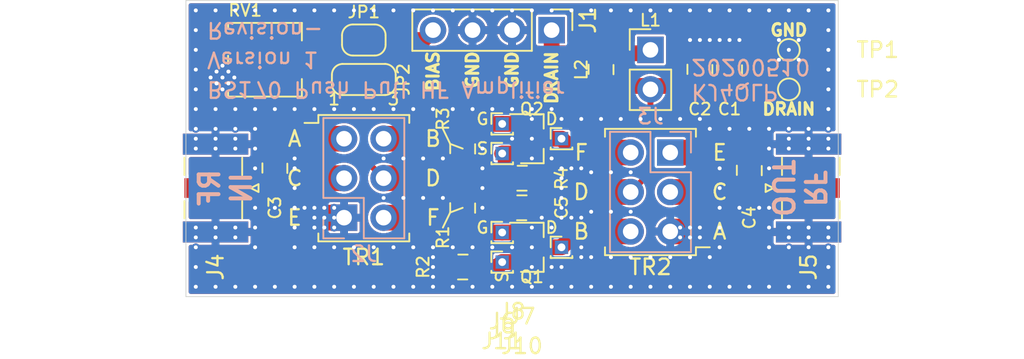
<source format=kicad_pcb>
(kicad_pcb (version 20171130) (host pcbnew 5.1.6-c6e7f7d~86~ubuntu16.04.1)
  (title_block (title "BS170 Push Pull HF Power Amplifier - V1") (date 2020-05-10) (rev -) (company "Amateur Radio") (comment 1 "Prototype For Testing") (comment 2 creativecommons.org/licenses/by/4.0/) (comment 3 "License: CC BY 4.0") (comment 4 "Author: Zach Leffke, KJ4QLP"))
  (layers (0 F.Cu signal) (31 B.Cu signal) (34 B.Paste user) (35 F.Paste user) (36 B.SilkS user) (37 F.SilkS user) (38 B.Mask user) (39 F.Mask user) (44 Edge.Cuts user))
  (net 0 "")
  (net 1 "Net-(C1-Pad1)")
  (net 2 GND)
  (net 3 "Net-(C4-Pad1)")
  (net 4 "Net-(C4-Pad2)")
  (net 5 "Net-(JP1-Pad1)")
  (net 6 "Net-(JP2-Pad1)")
  (net 7 "Net-(C3-Pad1)")
  (net 8 "Net-(C3-Pad2)")
  (net 9 "Net-(J1-Pad4)")
  (net 10 "Net-(J1-Pad1)")
  (net 11 "Net-(J2-Pad3)")
  (net 12 "Net-(J3-Pad3)")
  (net 13 Q1_G)
  (net 14 Q1_D)
  (net 15 Q1_S)
  (net 16 Q2_G)
  (net 17 Q2_D)
  (net 18 Q2_S)
  (net 19 "Net-(C5-Pad1)")
  (module TestPoint:TestPoint_Pad_D1.0mm (layer F.Cu) (at 191.135 126.365)
    (fp_text reference TP2 (at 5.715 0) (layer F.SilkS))
    (fp_text value DRAIN)
    (pad 1 smd circle (at 0 0) (size 1 1) (layers F.Cu F.Mask) (net 1 "Net-(C1-Pad1)"))
  )
  (module digikey-footprints:0805 (layer F.Cu) (at 173.99 133.985)
    (fp_text reference C5 (at 2.54 0 90) (layer F.SilkS) (effects (font (size 0.762 0.762) (thickness 0.127))))
    (fp_text value C)
    (pad 1 smd rect (at -1.05 0) (size 1.2 1.2) (layers F.Cu F.Paste F.Mask) (net 19 "Net-(C5-Pad1)"))
    (pad 2 smd rect (at 1.05 0) (size 1.2 1.2) (layers F.Cu F.Paste F.Mask) (net 2 GND))
  )
  (module Connector_PinHeader_1.00mm:PinHeader_1x01_P1.00mm_Vertical (layer F.Cu) (at 172.72 130.4925)
    (fp_text reference J11 (at 0 12.065) (layer F.SilkS))
    (fp_text value Q1_G)
    (pad 1 thru_hole rect (at 0 0) (size 0.85 0.85) (drill 0.5) (layers *.Cu *.Mask) (net 18 Q2_S))
  )
  (module Connector_PinHeader_1.00mm:PinHeader_1x01_P1.00mm_Vertical (layer F.Cu) (at 176.53 129.54)
    (fp_text reference J10 (at -2.54 13.335) (layer F.SilkS))
    (fp_text value Q1_G)
    (pad 1 thru_hole rect (at 0 0) (size 0.85 0.85) (drill 0.5) (layers *.Cu *.Mask) (net 17 Q2_D))
  )
  (module Connector_PinHeader_1.00mm:PinHeader_1x01_P1.00mm_Vertical (layer F.Cu) (at 172.72 128.5875)
    (fp_text reference J9 (at 0 13.335) (layer F.SilkS))
    (fp_text value Q1_G)
    (pad 1 thru_hole rect (at 0 0) (size 0.85 0.85) (drill 0.5) (layers *.Cu *.Mask) (net 16 Q2_G))
  )
  (module Connector_PinHeader_1.00mm:PinHeader_1x01_P1.00mm_Vertical (layer F.Cu) (at 172.72 137.4775)
    (fp_text reference J8 (at 0.635 3.175) (layer F.SilkS))
    (fp_text value Q1_G)
    (pad 1 thru_hole rect (at 0 0) (size 0.85 0.85) (drill 0.5) (layers *.Cu *.Mask) (net 15 Q1_S))
  )
  (module Connector_PinHeader_1.00mm:PinHeader_1x01_P1.00mm_Vertical (layer F.Cu) (at 176.53 136.525)
    (fp_text reference J7 (at -2.54 4.445) (layer F.SilkS))
    (fp_text value Q1_G)
    (pad 1 thru_hole rect (at 0 0) (size 0.85 0.85) (drill 0.5) (layers *.Cu *.Mask) (net 14 Q1_D))
  )
  (module Connector_PinHeader_1.00mm:PinHeader_1x01_P1.00mm_Vertical (layer F.Cu) (at 172.72 135.5725)
    (fp_text reference J6 (at 0 5.715) (layer F.SilkS))
    (fp_text value Q1_G)
    (pad 1 thru_hole rect (at 0 0) (size 0.85 0.85) (drill 0.5) (layers *.Cu *.Mask) (net 13 Q1_G))
  )
  (module TestPoint:TestPoint_Pad_D1.0mm (layer F.Cu) (at 191.135 123.825)
    (fp_text reference TP1 (at 5.715 0) (layer F.SilkS))
    (fp_text value GND)
    (pad 1 smd circle (at 0 0) (size 1 1) (layers F.Cu F.Mask) (net 2 GND))
  )
  (module Connector_PinHeader_2.54mm:PinHeader_1x04_P2.54mm_Vertical (layer F.Cu) (at 175.895 122.555 270)
    (fp_text reference J1 (at -0.635 -2.33 90) (layer F.SilkS))
    (fp_text value BIAS)
    (pad 4 thru_hole oval (at 0 7.62 270) (size 1.7 1.7) (drill 1) (layers *.Cu *.Mask) (net 9 "Net-(J1-Pad4)"))
    (pad 3 thru_hole oval (at 0 5.08 270) (size 1.7 1.7) (drill 1) (layers *.Cu *.Mask) (net 2 GND))
    (pad 2 thru_hole oval (at 0 2.54 270) (size 1.7 1.7) (drill 1) (layers *.Cu *.Mask) (net 2 GND))
    (pad 1 thru_hole rect (at 0 0 270) (size 1.7 1.7) (drill 1) (layers *.Cu *.Mask) (net 10 "Net-(J1-Pad1)"))
  )
  (module Jumper:SolderJumper-2_P1.3mm_Open_RoundedPad1.0x1.5mm (layer F.Cu) (at 163.83 123.19)
    (fp_text reference JP1 (at 0 -1.8) (layer F.SilkS) (effects (font (size 0.762 0.762) (thickness 0.127))))
    (fp_text value VR_select)
    (pad 2 smd custom (at 0.65 0) (size 1 0.5) (layers F.Cu F.Mask) (net 9 "Net-(J1-Pad4)") (options (clearance outline) (anchor rect)) (primitives (gr_circle (center 0 0.25) (end 0.5 0.25) (width 0)) (gr_circle (center 0 -0.25) (end 0.5 -0.25) (width 0)) (gr_poly (pts (xy 0 -0.75) (xy -0.5 -0.75) (xy -0.5 0.75) (xy 0 0.75)) (width 0))))
    (pad 1 smd custom (at -0.65 0) (size 1 0.5) (layers F.Cu F.Mask) (net 5 "Net-(JP1-Pad1)") (options (clearance outline) (anchor rect)) (primitives (gr_circle (center 0 0.25) (end 0.5 0.25) (width 0)) (gr_circle (center 0 -0.25) (end 0.5 -0.25) (width 0)) (gr_poly (pts (xy 0 -0.75) (xy 0.5 -0.75) (xy 0.5 0.75) (xy 0 0.75)) (width 0))))
  )
  (module Potentiometer_SMD:Potentiometer_Bourns_3314G_Vertical (layer F.Cu) (at 157.48 124.46 90)
    (fp_text reference RV1 (at 3.175 -1.27) (layer F.SilkS) (effects (font (size 0.762 0.762) (thickness 0.127))))
    (fp_text value 10k)
    (pad 3 smd rect (at -1.15 -2.75 90) (size 1.3 1.3) (layers F.Cu F.Paste F.Mask) (net 2 GND))
    (pad 2 smd rect (at 0 2.75 90) (size 2 1.3) (layers F.Cu F.Paste F.Mask) (net 6 "Net-(JP2-Pad1)"))
    (pad 1 smd rect (at 1.15 -2.75 90) (size 1.3 1.3) (layers F.Cu F.Paste F.Mask) (net 5 "Net-(JP1-Pad1)"))
  )
  (module Jumper:SolderJumper-3_P1.3mm_Open_RoundedPad1.0x1.5mm_NumberLabels (layer F.Cu) (at 163.83 125.73)
    (fp_text reference JP2 (at 2.54 0 90) (layer F.SilkS) (effects (font (size 0.762 0.762) (thickness 0.127))))
    (fp_text value Select)
    (fp_text user 1 (at -1.905 1.27) (layer F.SilkS) (effects (font (size 0.762 0.762) (thickness 0.127))))
    (fp_text user 3 (at 1.905 1.27) (layer F.SilkS) (effects (font (size 0.762 0.762) (thickness 0.127))))
    (pad 2 smd rect (at 0 0) (size 1 1.5) (layers F.Cu F.Mask) (net 19 "Net-(C5-Pad1)"))
    (pad 3 smd custom (at 1.3 0) (size 1 0.5) (layers F.Cu F.Mask) (net 9 "Net-(J1-Pad4)") (options (clearance outline) (anchor rect)) (primitives (gr_circle (center 0 0.25) (end 0.5 0.25) (width 0)) (gr_circle (center 0 -0.25) (end 0.5 -0.25) (width 0)) (gr_poly (pts (xy -0.55 -0.75) (xy 0 -0.75) (xy 0 0.75) (xy -0.55 0.75)) (width 0))))
    (pad 1 smd custom (at -1.3 0) (size 1 0.5) (layers F.Cu F.Mask) (net 6 "Net-(JP2-Pad1)") (options (clearance outline) (anchor rect)) (primitives (gr_circle (center 0 0.25) (end 0.5 0.25) (width 0)) (gr_circle (center 0 -0.25) (end 0.5 -0.25) (width 0)) (gr_poly (pts (xy 0.55 -0.75) (xy 0 -0.75) (xy 0 0.75) (xy 0.55 0.75)) (width 0))))
  )
  (module digikey-footprints:0805 (layer F.Cu) (at 188.595 131.572 90)
    (fp_text reference C4 (at -3.048 0 90) (layer F.SilkS) (effects (font (size 0.762 0.762) (thickness 0.127))))
    (fp_text value C)
    (pad 1 smd rect (at -1.05 0 90) (size 1.2 1.2) (layers F.Cu F.Paste F.Mask) (net 3 "Net-(C4-Pad1)"))
    (pad 2 smd rect (at 1.05 0 90) (size 1.2 1.2) (layers F.Cu F.Paste F.Mask) (net 4 "Net-(C4-Pad2)"))
  )
  (module Connector_PinHeader_2.54mm:PinHeader_2x03_P2.54mm_Vertical (layer B.Cu) (at 183.515 130.429 180)
    (fp_text reference J3 (at 1.27 2.33) (layer B.SilkS) (effects (justify mirror)))
    (fp_text value TR2)
    (pad 6 thru_hole oval (at 2.54 -5.08 180) (size 1.7 1.7) (drill 1) (layers *.Cu *.Mask) (net 14 Q1_D))
    (pad 5 thru_hole oval (at 0 -5.08 180) (size 1.7 1.7) (drill 1) (layers *.Cu *.Mask) (net 2 GND))
    (pad 4 thru_hole oval (at 2.54 -2.54 180) (size 1.7 1.7) (drill 1) (layers *.Cu *.Mask) (net 1 "Net-(C1-Pad1)"))
    (pad 3 thru_hole oval (at 0 -2.54 180) (size 1.7 1.7) (drill 1) (layers *.Cu *.Mask) (net 12 "Net-(J3-Pad3)"))
    (pad 2 thru_hole oval (at 2.54 0 180) (size 1.7 1.7) (drill 1) (layers *.Cu *.Mask) (net 17 Q2_D))
    (pad 1 thru_hole rect (at 0 0 180) (size 1.7 1.7) (drill 1) (layers *.Cu *.Mask) (net 4 "Net-(C4-Pad2)"))
  )
  (module Connector_PinHeader_2.54mm:PinHeader_2x03_P2.54mm_Vertical (layer B.Cu) (at 162.56 134.62)
    (fp_text reference J2 (at 1.27 2.33) (layer B.SilkS) (effects (justify mirror)))
    (fp_text value TR1)
    (pad 6 thru_hole oval (at 2.54 -5.08) (size 1.7 1.7) (drill 1) (layers *.Cu *.Mask) (net 16 Q2_G))
    (pad 5 thru_hole oval (at 0 -5.08) (size 1.7 1.7) (drill 1) (layers *.Cu *.Mask) (net 7 "Net-(C3-Pad1)"))
    (pad 4 thru_hole oval (at 2.54 -2.54) (size 1.7 1.7) (drill 1) (layers *.Cu *.Mask) (net 19 "Net-(C5-Pad1)"))
    (pad 3 thru_hole oval (at 0 -2.54) (size 1.7 1.7) (drill 1) (layers *.Cu *.Mask) (net 11 "Net-(J2-Pad3)"))
    (pad 2 thru_hole oval (at 2.54 0) (size 1.7 1.7) (drill 1) (layers *.Cu *.Mask) (net 13 Q1_G))
    (pad 1 thru_hole rect (at 0 0) (size 1.7 1.7) (drill 1) (layers *.Cu *.Mask) (net 2 GND))
  )
  (module digikey-footprints:0805 (layer F.Cu) (at 179.07 125.095 270)
    (fp_text reference L2 (at 0 1.27 90) (layer F.SilkS) (effects (font (size 0.762 0.762) (thickness 0.127))))
    (fp_text value L)
    (pad 1 smd rect (at -1.05 0 270) (size 1.2 1.2) (layers F.Cu F.Paste F.Mask) (net 10 "Net-(J1-Pad1)"))
    (pad 2 smd rect (at 1.05 0 270) (size 1.2 1.2) (layers F.Cu F.Paste F.Mask) (net 1 "Net-(C1-Pad1)"))
  )
  (module minicircuits_footprints:Mini-Circuits_CD637_H5.23mm (layer F.Cu) (at 182.245 132.969 180)
    (fp_text reference TR2 (at 0 -4.826) (layer F.SilkS))
    (fp_text value ADT1-6T)
    (pad 6 smd rect (at 2.54 -2.54 180) (size 2.54 1.65) (layers F.Cu F.Paste F.Mask) (net 14 Q1_D))
    (pad 5 smd rect (at 2.54 0 180) (size 2.54 1.65) (layers F.Cu F.Paste F.Mask) (net 1 "Net-(C1-Pad1)"))
    (pad 4 smd rect (at 2.54 2.54 180) (size 2.54 1.65) (layers F.Cu F.Paste F.Mask) (net 17 Q2_D))
    (pad 3 smd rect (at -2.54 2.54 180) (size 2.54 1.65) (layers F.Cu F.Paste F.Mask) (net 4 "Net-(C4-Pad2)"))
    (pad 2 smd rect (at -2.54 0 180) (size 2.54 1.65) (layers F.Cu F.Paste F.Mask))
    (pad 1 smd rect (at -2.54 -2.54 180) (size 2.54 1.65) (layers F.Cu F.Paste F.Mask) (net 2 GND))
  )
  (module minicircuits_footprints:Mini-Circuits_CD637_H5.23mm (layer F.Cu) (at 163.83 132.08)
    (fp_text reference TR1 (at 0 5.08) (layer F.SilkS))
    (fp_text value ADT1-6T)
    (pad 6 smd rect (at 2.54 -2.54) (size 2.54 1.65) (layers F.Cu F.Paste F.Mask) (net 16 Q2_G))
    (pad 5 smd rect (at 2.54 0) (size 2.54 1.65) (layers F.Cu F.Paste F.Mask) (net 19 "Net-(C5-Pad1)"))
    (pad 4 smd rect (at 2.54 2.54) (size 2.54 1.65) (layers F.Cu F.Paste F.Mask) (net 13 Q1_G))
    (pad 3 smd rect (at -2.54 2.54) (size 2.54 1.65) (layers F.Cu F.Paste F.Mask) (net 2 GND))
    (pad 2 smd rect (at -2.54 0) (size 2.54 1.65) (layers F.Cu F.Paste F.Mask))
    (pad 1 smd rect (at -2.54 -2.54) (size 2.54 1.65) (layers F.Cu F.Paste F.Mask) (net 7 "Net-(C3-Pad1)"))
  )
  (module digikey-footprints:0805 (layer F.Cu) (at 173.99 132.08 180)
    (fp_text reference R4 (at -2.54 0 270) (layer F.SilkS) (effects (font (size 0.762 0.762) (thickness 0.127))))
    (fp_text value 2.2)
    (pad 1 smd rect (at -1.05 0 180) (size 1.2 1.2) (layers F.Cu F.Paste F.Mask) (net 2 GND))
    (pad 2 smd rect (at 1.05 0 180) (size 1.2 1.2) (layers F.Cu F.Paste F.Mask) (net 18 Q2_S))
  )
  (module digikey-footprints:0805 (layer F.Cu) (at 170.18 130.175 90)
    (fp_text reference R3 (at 1.905 -1.27 270) (layer F.SilkS) (effects (font (size 0.762 0.762) (thickness 0.127))))
    (fp_text value 220)
    (pad 1 smd rect (at -1.05 0 90) (size 1.2 1.2) (layers F.Cu F.Paste F.Mask) (net 19 "Net-(C5-Pad1)"))
    (pad 2 smd rect (at 1.05 0 90) (size 1.2 1.2) (layers F.Cu F.Paste F.Mask) (net 16 Q2_G))
  )
  (module digikey-footprints:0805 (layer F.Cu) (at 170.18 137.795 180)
    (fp_text reference R2 (at 2.54 0 90) (layer F.SilkS) (effects (font (size 0.762 0.762) (thickness 0.127))))
    (fp_text value 2.2)
    (pad 1 smd rect (at -1.05 0 180) (size 1.2 1.2) (layers F.Cu F.Paste F.Mask) (net 15 Q1_S))
    (pad 2 smd rect (at 1.05 0 180) (size 1.2 1.2) (layers F.Cu F.Paste F.Mask) (net 2 GND))
  )
  (module digikey-footprints:0805 (layer F.Cu) (at 170.18 133.985 90)
    (fp_text reference R1 (at -1.905 -1.27 90) (layer F.SilkS) (effects (font (size 0.762 0.762) (thickness 0.127))))
    (fp_text value 220)
    (pad 1 smd rect (at -1.05 0 90) (size 1.2 1.2) (layers F.Cu F.Paste F.Mask) (net 13 Q1_G))
    (pad 2 smd rect (at 1.05 0 90) (size 1.2 1.2) (layers F.Cu F.Paste F.Mask) (net 19 "Net-(C5-Pad1)"))
  )
  (module Package_TO_SOT_SMD:SOT-23 (layer F.Cu) (at 174.625 129.54)
    (fp_text reference Q2 (at 0 -1.905) (layer F.SilkS) (effects (font (size 0.762 0.762) (thickness 0.127))))
    (fp_text value BS170F)
    (pad 3 smd rect (at 1 0) (size 0.9 0.8) (layers F.Cu F.Paste F.Mask) (net 17 Q2_D))
    (pad 2 smd rect (at -1 0.95) (size 0.9 0.8) (layers F.Cu F.Paste F.Mask) (net 18 Q2_S))
    (pad 1 smd rect (at -1 -0.95) (size 0.9 0.8) (layers F.Cu F.Paste F.Mask) (net 16 Q2_G))
  )
  (module Package_TO_SOT_SMD:SOT-23 (layer F.Cu) (at 174.625 136.525)
    (fp_text reference Q1 (at 0 1.905) (layer F.SilkS) (effects (font (size 0.762 0.762) (thickness 0.127))))
    (fp_text value BS170F)
    (pad 3 smd rect (at 1 0) (size 0.9 0.8) (layers F.Cu F.Paste F.Mask) (net 14 Q1_D))
    (pad 2 smd rect (at -1 0.95) (size 0.9 0.8) (layers F.Cu F.Paste F.Mask) (net 15 Q1_S))
    (pad 1 smd rect (at -1 -0.95) (size 0.9 0.8) (layers F.Cu F.Paste F.Mask) (net 13 Q1_G))
  )
  (module Connector_PinHeader_2.54mm:PinHeader_1x02_P2.54mm_Vertical (layer F.Cu) (at 182.245 123.825)
    (fp_text reference L1 (at 0 -1.905) (layer F.SilkS) (effects (font (size 0.762 0.762) (thickness 0.127))))
    (fp_text value L)
    (pad 2 thru_hole oval (at 0 2.54) (size 1.7 1.7) (drill 1) (layers *.Cu *.Mask) (net 1 "Net-(C1-Pad1)"))
    (pad 1 thru_hole rect (at 0 0) (size 1.7 1.7) (drill 1) (layers *.Cu *.Mask) (net 10 "Net-(J1-Pad1)"))
  )
  (module Connector_Coaxial:SMA_Samtec_SMA-J-P-X-ST-EM1_EdgeMount (layer F.Cu) (at 192.405 132.715 90)
    (fp_text reference J5 (at -5.08 0 90) (layer F.SilkS))
    (fp_text value RF_OUT)
    (pad 1 smd rect (at 0 0.2 90) (size 1.27 3.6) (layers F.Cu F.Paste F.Mask) (net 3 "Net-(C4-Pad1)"))
    (pad 2 smd rect (at 2.825 0 90) (size 1.35 4.2) (layers F.Cu F.Paste F.Mask) (net 2 GND))
    (pad 2 smd rect (at -2.825 0 90) (size 1.35 4.2) (layers F.Cu F.Paste F.Mask) (net 2 GND))
    (pad 2 smd rect (at 2.825 0 90) (size 1.35 4.2) (layers B.Cu B.Paste B.Mask) (net 2 GND))
    (pad 2 smd rect (at -2.825 0 90) (size 1.35 4.2) (layers B.Cu B.Paste B.Mask) (net 2 GND))
  )
  (module Connector_Coaxial:SMA_Samtec_SMA-J-P-X-ST-EM1_EdgeMount (layer F.Cu) (at 154.305 132.715 270)
    (fp_text reference J4 (at 5.08 0 90) (layer F.SilkS))
    (fp_text value RF_IN)
    (pad 1 smd rect (at 0 0.2 270) (size 1.27 3.6) (layers F.Cu F.Paste F.Mask) (net 8 "Net-(C3-Pad2)"))
    (pad 2 smd rect (at 2.825 0 270) (size 1.35 4.2) (layers F.Cu F.Paste F.Mask) (net 2 GND))
    (pad 2 smd rect (at -2.825 0 270) (size 1.35 4.2) (layers F.Cu F.Paste F.Mask) (net 2 GND))
    (pad 2 smd rect (at 2.825 0 270) (size 1.35 4.2) (layers B.Cu B.Paste B.Mask) (net 2 GND))
    (pad 2 smd rect (at -2.825 0 270) (size 1.35 4.2) (layers B.Cu B.Paste B.Mask) (net 2 GND))
  )
  (module digikey-footprints:0805 (layer F.Cu) (at 185.42 125.095 270)
    (fp_text reference C2 (at 2.54 0 180) (layer F.SilkS) (effects (font (size 0.762 0.762) (thickness 0.127))))
    (fp_text value C)
    (pad 1 smd rect (at -1.05 0 270) (size 1.2 1.2) (layers F.Cu F.Paste F.Mask) (net 2 GND))
    (pad 2 smd rect (at 1.05 0 270) (size 1.2 1.2) (layers F.Cu F.Paste F.Mask) (net 1 "Net-(C1-Pad1)"))
  )
  (module digikey-footprints:0805 (layer F.Cu) (at 187.325 125.095 90)
    (fp_text reference C1 (at -2.54 0 180) (layer F.SilkS) (effects (font (size 0.762 0.762) (thickness 0.127))))
    (fp_text value C)
    (pad 1 smd rect (at -1.05 0 90) (size 1.2 1.2) (layers F.Cu F.Paste F.Mask) (net 1 "Net-(C1-Pad1)"))
    (pad 2 smd rect (at 1.05 0 90) (size 1.2 1.2) (layers F.Cu F.Paste F.Mask) (net 2 GND))
  )
  (module digikey-footprints:0805 (layer F.Cu) (at 158.115 131.445 270)
    (fp_text reference C3 (at 2.54 0 90) (layer F.SilkS) (effects (font (size 0.762 0.762) (thickness 0.127))))
    (fp_text value C)
    (pad 1 smd rect (at -1.05 0 270) (size 1.2 1.2) (layers F.Cu F.Paste F.Mask) (net 7 "Net-(C3-Pad1)"))
    (pad 2 smd rect (at 1.05 0 270) (size 1.2 1.2) (layers F.Cu F.Paste F.Mask) (net 8 "Net-(C3-Pad2)"))
  )
  (gr_text DRAIN (at 191.135 127.635) (layer F.SilkS) (effects (font (size 0.762 0.762) (thickness 0.1905))))
  (gr_line (start 169.38 134.285) (end 168.91 135.255) (layer F.SilkS) (width 0.12))
  (gr_line (start 170.18 133.985) (end 169.38 134.285) (layer F.SilkS) (width 0.12))
  (gr_line (start 169.38 129.875) (end 168.91 128.905) (layer F.SilkS) (width 0.12))
  (gr_line (start 170.18 130.175) (end 169.38 129.875) (layer F.SilkS) (width 0.12))
  (gr_text S (at 172.72 138.43 90) (layer F.SilkS) (effects (font (size 0.762 0.762) (thickness 0.127))))
  (gr_text G (at 171.45 135.255) (layer F.SilkS) (effects (font (size 0.762 0.762) (thickness 0.127))))
  (gr_text D (at 175.895 135.255) (layer F.SilkS) (effects (font (size 0.762 0.762) (thickness 0.127))))
  (gr_text D (at 175.895 128.27) (layer F.SilkS) (effects (font (size 0.762 0.762) (thickness 0.127))))
  (gr_text S (at 171.45 130.175) (layer F.SilkS) (effects (font (size 0.762 0.762) (thickness 0.127))))
  (gr_text G (at 171.45 128.27) (layer F.SilkS) (effects (font (size 0.762 0.762) (thickness 0.127))))
  (gr_text GND (at 191.135 122.555) (layer F.SilkS) (effects (font (size 0.762 0.762) (thickness 0.1905))))
  (gr_text Revision- (at 153.67 122.555 180) (layer B.SilkS) (effects (font (size 1 1)) (justify left mirror)))
  (gr_text "RF\nOUT" (at 191.77 132.715 270) (layer B.SilkS) (effects (font (size 1.27 1.27) (thickness 0.254)) (justify mirror)))
  (gr_text "RF\nIN" (at 154.94 132.715 90) (layer B.SilkS) (effects (font (size 1.27 1.27) (thickness 0.254)) (justify mirror)))
  (gr_text "KJ4QLP\n20200510" (at 184.785 125.73 180) (layer B.SilkS) (effects (font (size 1 1)) (justify left mirror)))
  (gr_text "Version 1" (at 153.67 124.46 180) (layer B.SilkS) (effects (font (size 1 1)) (justify left mirror)))
  (gr_text "BS170 Push Pull HF Amplifier" (at 153.67 126.365 180) (layer B.SilkS) (effects (font (size 1 1)) (justify left mirror)))
  (gr_text F (at 177.8 130.429) (layer F.SilkS) (effects (font (size 1 1))))
  (gr_text E (at 186.69 130.429) (layer F.SilkS) (effects (font (size 1 1))))
  (gr_text D (at 177.8 132.969) (layer F.SilkS) (effects (font (size 1 1))))
  (gr_text C (at 186.69 132.969) (layer F.SilkS) (effects (font (size 1 1))))
  (gr_text B (at 177.8 135.509) (layer F.SilkS) (effects (font (size 1 1))))
  (gr_text A (at 186.69 135.509) (layer F.SilkS) (effects (font (size 1 1))))
  (gr_text F (at 168.275 134.62) (layer F.SilkS) (effects (font (size 1 1))))
  (gr_text E (at 159.385 134.62) (layer F.SilkS) (effects (font (size 1 1))))
  (gr_text D (at 168.275 132.08) (layer F.SilkS) (effects (font (size 1 1))))
  (gr_text C (at 159.385 132.08) (layer F.SilkS) (effects (font (size 1 1))))
  (gr_text B (at 168.275 129.54) (layer F.SilkS) (effects (font (size 1 1))))
  (gr_text A (at 159.385 129.54) (layer F.SilkS) (effects (font (size 1 1))))
  (gr_text DRAIN (at 175.895 123.825 90) (layer F.SilkS) (effects (font (size 0.762 0.762) (thickness 0.1905)) (justify right)))
  (gr_text GND (at 173.355 123.825 90) (layer F.SilkS) (effects (font (size 0.762 0.762) (thickness 0.1905)) (justify right)))
  (gr_text GND (at 170.815 123.825 90) (layer F.SilkS) (effects (font (size 0.762 0.762) (thickness 0.1905)) (justify right)))
  (gr_text BIAS (at 168.275 123.825 90) (layer F.SilkS) (effects (font (size 0.762 0.762) (thickness 0.1905)) (justify right)))
  (gr_line (start 194.31 139.7) (end 152.4 139.7) (layer Edge.Cuts) (width 0.05))
  (gr_line (start 194.31 120.65) (end 194.31 139.7) (layer Edge.Cuts) (width 0.05))
  (gr_line (start 152.4 120.65) (end 194.31 120.65) (layer Edge.Cuts) (width 0.05))
  (gr_line (start 152.4 139.7) (end 152.4 120.65) (layer Edge.Cuts) (width 0.05))
  (segment (start 182.025 126.145) (end 182.245 126.365) (width 1.016) (layer F.Cu) (net 1))
  (segment (start 179.07 126.145) (end 182.025 126.145) (width 1.016) (layer F.Cu) (net 1))
  (segment (start 181.483 132.969) (end 179.705 132.969) (width 0.508) (layer F.Cu) (net 1))
  (segment (start 182.245 131.699) (end 180.975 132.969) (width 0.381) (layer F.Cu) (net 1))
  (segment (start 182.245 126.365) (end 182.245 131.699) (width 0.381) (layer F.Cu) (net 1))
  (segment (start 185.42 126.145) (end 187.325 126.145) (width 1.016) (layer F.Cu) (net 1))
  (segment (start 182.465 126.145) (end 182.245 126.365) (width 1.016) (layer F.Cu) (net 1))
  (segment (start 185.42 126.145) (end 182.465 126.145) (width 1.016) (layer F.Cu) (net 1))
  (segment (start 190.915 126.145) (end 191.135 126.365) (width 1.016) (layer F.Cu) (net 1))
  (segment (start 187.325 126.145) (end 190.915 126.145) (width 1.016) (layer F.Cu) (net 1))
  (via (at 191.135 123.825) (size 0.508) (drill 0.254) (layers F.Cu B.Cu) (net 2))
  (via (at 161.925 135.255) (size 0.508) (drill 0.254) (layers F.Cu B.Cu) (net 2))
  (via (at 161.29 135.255) (size 0.508) (drill 0.254) (layers F.Cu B.Cu) (net 2))
  (via (at 160.655 135.255) (size 0.508) (drill 0.254) (layers F.Cu B.Cu) (net 2))
  (via (at 160.655 134.62) (size 0.508) (drill 0.254) (layers F.Cu B.Cu) (net 2))
  (via (at 160.655 133.985) (size 0.508) (drill 0.254) (layers F.Cu B.Cu) (net 2))
  (via (at 161.29 133.985) (size 0.508) (drill 0.254) (layers F.Cu B.Cu) (net 2))
  (via (at 161.925 133.985) (size 0.508) (drill 0.254) (layers F.Cu B.Cu) (net 2))
  (via (at 161.925 134.62) (size 0.508) (drill 0.254) (layers F.Cu B.Cu) (net 2))
  (via (at 161.29 134.62) (size 0.508) (drill 0.254) (layers F.Cu B.Cu) (net 2))
  (via (at 184.15 135.89) (size 0.508) (drill 0.254) (layers F.Cu B.Cu) (net 2))
  (via (at 184.785 135.89) (size 0.508) (drill 0.254) (layers F.Cu B.Cu) (net 2))
  (via (at 185.42 135.89) (size 0.508) (drill 0.254) (layers F.Cu B.Cu) (net 2))
  (via (at 185.42 135.255) (size 0.508) (drill 0.254) (layers F.Cu B.Cu) (net 2))
  (via (at 184.785 135.255) (size 0.508) (drill 0.254) (layers F.Cu B.Cu) (net 2))
  (via (at 184.15 135.255) (size 0.508) (drill 0.254) (layers F.Cu B.Cu) (net 2))
  (via (at 156.845 133.985) (size 0.508) (drill 0.254) (layers F.Cu B.Cu) (net 2))
  (via (at 155.575 135.255) (size 0.508) (drill 0.254) (layers F.Cu B.Cu) (net 2))
  (via (at 155.575 135.89) (size 0.508) (drill 0.254) (layers F.Cu B.Cu) (net 2))
  (via (at 154.305 135.255) (size 0.508) (drill 0.254) (layers F.Cu B.Cu) (net 2))
  (via (at 158.115 133.985) (size 0.508) (drill 0.254) (layers F.Cu B.Cu) (net 2))
  (via (at 153.035 135.89) (size 0.508) (drill 0.254) (layers F.Cu B.Cu) (net 2))
  (via (at 153.035 130.175) (size 0.508) (drill 0.254) (layers F.Cu B.Cu) (net 2))
  (via (at 154.305 130.175) (size 0.508) (drill 0.254) (layers F.Cu B.Cu) (net 2))
  (via (at 155.575 130.175) (size 0.508) (drill 0.254) (layers F.Cu B.Cu) (net 2))
  (via (at 155.575 129.54) (size 0.508) (drill 0.254) (layers F.Cu B.Cu) (net 2))
  (via (at 154.305 129.54) (size 0.508) (drill 0.254) (layers F.Cu B.Cu) (net 2))
  (via (at 153.035 129.54) (size 0.508) (drill 0.254) (layers F.Cu B.Cu) (net 2))
  (via (at 153.035 139.065) (size 0.508) (drill 0.254) (layers F.Cu B.Cu) (net 2))
  (via (at 153.035 137.795) (size 0.508) (drill 0.254) (layers F.Cu B.Cu) (net 2))
  (via (at 153.035 136.525) (size 0.508) (drill 0.254) (layers F.Cu B.Cu) (net 2))
  (via (at 153.035 135.255) (size 0.508) (drill 0.254) (layers F.Cu B.Cu) (net 2))
  (via (at 154.305 135.89) (size 0.508) (drill 0.254) (layers F.Cu B.Cu) (net 2))
  (via (at 153.035 126.365) (size 0.508) (drill 0.254) (layers F.Cu B.Cu) (net 2))
  (via (at 153.035 125.095) (size 0.508) (drill 0.254) (layers F.Cu B.Cu) (net 2))
  (via (at 153.035 123.825) (size 0.508) (drill 0.254) (layers F.Cu B.Cu) (net 2))
  (via (at 153.035 122.555) (size 0.508) (drill 0.254) (layers F.Cu B.Cu) (net 2))
  (via (at 153.035 121.285) (size 0.508) (drill 0.254) (layers F.Cu B.Cu) (net 2))
  (via (at 154.305 121.285) (size 0.508) (drill 0.254) (layers F.Cu B.Cu) (net 2))
  (via (at 155.575 121.285) (size 0.508) (drill 0.254) (layers F.Cu B.Cu) (net 2))
  (via (at 156.845 121.285) (size 0.508) (drill 0.254) (layers F.Cu B.Cu) (net 2))
  (via (at 158.115 121.285) (size 0.508) (drill 0.254) (layers F.Cu B.Cu) (net 2))
  (via (at 159.385 121.285) (size 0.508) (drill 0.254) (layers F.Cu B.Cu) (net 2))
  (via (at 160.655 121.285) (size 0.508) (drill 0.254) (layers F.Cu B.Cu) (net 2))
  (via (at 161.925 121.285) (size 0.508) (drill 0.254) (layers F.Cu B.Cu) (net 2))
  (via (at 163.195 121.285) (size 0.508) (drill 0.254) (layers F.Cu B.Cu) (net 2))
  (via (at 164.465 121.285) (size 0.508) (drill 0.254) (layers F.Cu B.Cu) (net 2))
  (via (at 154.305 139.065) (size 0.508) (drill 0.254) (layers F.Cu B.Cu) (net 2))
  (via (at 155.575 139.065) (size 0.508) (drill 0.254) (layers F.Cu B.Cu) (net 2))
  (via (at 156.845 139.065) (size 0.508) (drill 0.254) (layers F.Cu B.Cu) (net 2))
  (via (at 158.115 139.065) (size 0.508) (drill 0.254) (layers F.Cu B.Cu) (net 2))
  (via (at 159.385 139.065) (size 0.508) (drill 0.254) (layers F.Cu B.Cu) (net 2))
  (via (at 189.865 139.065) (size 0.508) (drill 0.254) (layers F.Cu B.Cu) (net 2))
  (via (at 160.655 139.065) (size 0.508) (drill 0.254) (layers F.Cu B.Cu) (net 2))
  (via (at 161.925 139.065) (size 0.508) (drill 0.254) (layers F.Cu B.Cu) (net 2))
  (via (at 163.195 139.065) (size 0.508) (drill 0.254) (layers F.Cu B.Cu) (net 2))
  (via (at 164.465 139.065) (size 0.508) (drill 0.254) (layers F.Cu B.Cu) (net 2))
  (via (at 165.735 139.065) (size 0.508) (drill 0.254) (layers F.Cu B.Cu) (net 2))
  (via (at 167.005 139.065) (size 0.508) (drill 0.254) (layers F.Cu B.Cu) (net 2))
  (via (at 168.275 139.065) (size 0.508) (drill 0.254) (layers F.Cu B.Cu) (net 2))
  (via (at 169.545 139.065) (size 0.508) (drill 0.254) (layers F.Cu B.Cu) (net 2))
  (via (at 170.815 139.065) (size 0.508) (drill 0.254) (layers F.Cu B.Cu) (net 2))
  (via (at 172.085 139.065) (size 0.508) (drill 0.254) (layers F.Cu B.Cu) (net 2))
  (via (at 173.355 139.065) (size 0.508) (drill 0.254) (layers F.Cu B.Cu) (net 2))
  (via (at 174.625 139.065) (size 0.508) (drill 0.254) (layers F.Cu B.Cu) (net 2))
  (via (at 175.895 139.065) (size 0.508) (drill 0.254) (layers F.Cu B.Cu) (net 2))
  (via (at 177.165 139.065) (size 0.508) (drill 0.254) (layers F.Cu B.Cu) (net 2))
  (via (at 178.435 139.065) (size 0.508) (drill 0.254) (layers F.Cu B.Cu) (net 2))
  (via (at 179.705 139.065) (size 0.508) (drill 0.254) (layers F.Cu B.Cu) (net 2))
  (via (at 180.975 139.065) (size 0.508) (drill 0.254) (layers F.Cu B.Cu) (net 2))
  (via (at 182.245 139.065) (size 0.508) (drill 0.254) (layers F.Cu B.Cu) (net 2))
  (via (at 183.515 139.065) (size 0.508) (drill 0.254) (layers F.Cu B.Cu) (net 2))
  (via (at 184.785 139.065) (size 0.508) (drill 0.254) (layers F.Cu B.Cu) (net 2))
  (via (at 186.055 139.065) (size 0.508) (drill 0.254) (layers F.Cu B.Cu) (net 2))
  (via (at 187.325 139.065) (size 0.508) (drill 0.254) (layers F.Cu B.Cu) (net 2))
  (via (at 188.595 139.065) (size 0.508) (drill 0.254) (layers F.Cu B.Cu) (net 2))
  (via (at 191.135 139.065) (size 0.508) (drill 0.254) (layers F.Cu B.Cu) (net 2))
  (via (at 192.405 139.065) (size 0.508) (drill 0.254) (layers F.Cu B.Cu) (net 2))
  (via (at 193.675 139.065) (size 0.508) (drill 0.254) (layers F.Cu B.Cu) (net 2))
  (via (at 172.085 121.285) (size 0.508) (drill 0.254) (layers F.Cu B.Cu) (net 2))
  (via (at 174.625 121.285) (size 0.508) (drill 0.254) (layers F.Cu B.Cu) (net 2))
  (via (at 173.355 121.285) (size 0.508) (drill 0.254) (layers F.Cu B.Cu) (net 2))
  (via (at 169.545 121.285) (size 0.508) (drill 0.254) (layers F.Cu B.Cu) (net 2))
  (via (at 170.815 121.285) (size 0.508) (drill 0.254) (layers F.Cu B.Cu) (net 2))
  (via (at 167.005 121.285) (size 0.508) (drill 0.254) (layers F.Cu B.Cu) (net 2))
  (via (at 165.735 121.285) (size 0.508) (drill 0.254) (layers F.Cu B.Cu) (net 2))
  (via (at 182.245 121.285) (size 0.508) (drill 0.254) (layers F.Cu B.Cu) (net 2))
  (via (at 187.325 121.285) (size 0.508) (drill 0.254) (layers F.Cu B.Cu) (net 2))
  (via (at 183.515 121.285) (size 0.508) (drill 0.254) (layers F.Cu B.Cu) (net 2))
  (via (at 179.705 121.285) (size 0.508) (drill 0.254) (layers F.Cu B.Cu) (net 2))
  (via (at 177.165 121.285) (size 0.508) (drill 0.254) (layers F.Cu B.Cu) (net 2))
  (via (at 178.435 121.285) (size 0.508) (drill 0.254) (layers F.Cu B.Cu) (net 2))
  (via (at 186.055 121.285) (size 0.508) (drill 0.254) (layers F.Cu B.Cu) (net 2))
  (via (at 180.975 121.285) (size 0.508) (drill 0.254) (layers F.Cu B.Cu) (net 2))
  (via (at 184.785 121.285) (size 0.508) (drill 0.254) (layers F.Cu B.Cu) (net 2))
  (via (at 189.865 121.285) (size 0.508) (drill 0.254) (layers F.Cu B.Cu) (net 2))
  (via (at 192.405 121.285) (size 0.508) (drill 0.254) (layers F.Cu B.Cu) (net 2))
  (via (at 193.675 122.555) (size 0.508) (drill 0.254) (layers F.Cu B.Cu) (net 2))
  (via (at 193.675001 126.365) (size 0.508) (drill 0.254) (layers F.Cu B.Cu) (net 2))
  (via (at 193.675 121.285) (size 0.508) (drill 0.254) (layers F.Cu B.Cu) (net 2))
  (via (at 193.675 125.095) (size 0.508) (drill 0.254) (layers F.Cu B.Cu) (net 2))
  (via (at 193.675 123.825) (size 0.508) (drill 0.254) (layers F.Cu B.Cu) (net 2))
  (via (at 191.135 121.285) (size 0.508) (drill 0.254) (layers F.Cu B.Cu) (net 2))
  (via (at 188.595 121.285) (size 0.508) (drill 0.254) (layers F.Cu B.Cu) (net 2))
  (via (at 153.035 127.635) (size 0.508) (drill 0.254) (layers F.Cu B.Cu) (net 2))
  (via (at 153.035 128.905) (size 0.508) (drill 0.254) (layers F.Cu B.Cu) (net 2))
  (via (at 159.385 133.985) (size 0.508) (drill 0.254) (layers F.Cu B.Cu) (net 2))
  (via (at 159.385 133.985) (size 0.508) (drill 0.254) (layers F.Cu B.Cu) (net 2))
  (via (at 159.385 132.715) (size 0.508) (drill 0.254) (layers F.Cu B.Cu) (net 2))
  (via (at 159.385 131.445) (size 0.508) (drill 0.254) (layers F.Cu B.Cu) (net 2))
  (via (at 156.845 131.445) (size 0.508) (drill 0.254) (layers F.Cu B.Cu) (net 2))
  (via (at 156.845 130.175) (size 0.508) (drill 0.254) (layers F.Cu B.Cu) (net 2))
  (via (at 156.845 135.255) (size 0.508) (drill 0.254) (layers F.Cu B.Cu) (net 2))
  (via (at 159.385 130.81) (size 0.508) (drill 0.254) (layers F.Cu B.Cu) (net 2))
  (via (at 158.115 127.635) (size 0.508) (drill 0.254) (layers F.Cu B.Cu) (net 2))
  (via (at 156.845 128.905) (size 0.508) (drill 0.254) (layers F.Cu B.Cu) (net 2))
  (via (at 159.385 127.635) (size 0.508) (drill 0.254) (layers F.Cu B.Cu) (net 2))
  (via (at 160.02 133.985) (size 0.508) (drill 0.254) (layers F.Cu B.Cu) (net 2))
  (via (at 156.845 127.635) (size 0.508) (drill 0.254) (layers F.Cu B.Cu) (net 2))
  (via (at 193.675 137.795) (size 0.508) (drill 0.254) (layers F.Cu B.Cu) (net 2))
  (via (at 192.405 135.89) (size 0.508) (drill 0.254) (layers F.Cu B.Cu) (net 2))
  (via (at 193.675 135.89) (size 0.508) (drill 0.254) (layers F.Cu B.Cu) (net 2))
  (via (at 191.135 135.89) (size 0.508) (drill 0.254) (layers F.Cu B.Cu) (net 2))
  (via (at 192.405 135.255) (size 0.508) (drill 0.254) (layers F.Cu B.Cu) (net 2))
  (via (at 191.135 135.255) (size 0.508) (drill 0.254) (layers F.Cu B.Cu) (net 2))
  (via (at 193.675 135.255) (size 0.508) (drill 0.254) (layers F.Cu B.Cu) (net 2))
  (via (at 191.135 130.175) (size 0.508) (drill 0.254) (layers F.Cu B.Cu) (net 2))
  (via (at 193.675 130.175) (size 0.508) (drill 0.254) (layers F.Cu B.Cu) (net 2))
  (via (at 192.405 130.175) (size 0.508) (drill 0.254) (layers F.Cu B.Cu) (net 2))
  (via (at 191.135 129.54) (size 0.508) (drill 0.254) (layers F.Cu B.Cu) (net 2))
  (via (at 192.405 129.54) (size 0.508) (drill 0.254) (layers F.Cu B.Cu) (net 2))
  (via (at 193.675 129.54) (size 0.508) (drill 0.254) (layers F.Cu B.Cu) (net 2))
  (via (at 193.675 136.525) (size 0.508) (drill 0.254) (layers F.Cu B.Cu) (net 2))
  (via (at 193.675 127.635) (size 0.508) (drill 0.254) (layers F.Cu B.Cu) (net 2))
  (via (at 193.675 128.905) (size 0.508) (drill 0.254) (layers F.Cu B.Cu) (net 2))
  (via (at 186.69 131.445) (size 0.508) (drill 0.254) (layers F.Cu B.Cu) (net 2))
  (via (at 188.595 128.905) (size 0.508) (drill 0.254) (layers F.Cu B.Cu) (net 2))
  (via (at 189.23 133.985) (size 0.508) (drill 0.254) (layers F.Cu B.Cu) (net 2))
  (via (at 189.865 130.175) (size 0.508) (drill 0.254) (layers F.Cu B.Cu) (net 2))
  (via (at 189.865 131.445) (size 0.508) (drill 0.254) (layers F.Cu B.Cu) (net 2))
  (via (at 187.96 133.985) (size 0.508) (drill 0.254) (layers F.Cu B.Cu) (net 2))
  (via (at 189.865 135.255) (size 0.508) (drill 0.254) (layers F.Cu B.Cu) (net 2))
  (via (at 189.865 133.985) (size 0.508) (drill 0.254) (layers F.Cu B.Cu) (net 2))
  (via (at 189.865 136.525) (size 0.508) (drill 0.254) (layers F.Cu B.Cu) (net 2))
  (via (at 191.135 136.525) (size 0.508) (drill 0.254) (layers F.Cu B.Cu) (net 2))
  (via (at 192.405 136.525) (size 0.508) (drill 0.254) (layers F.Cu B.Cu) (net 2))
  (via (at 187.325 128.905) (size 0.508) (drill 0.254) (layers F.Cu B.Cu) (net 2))
  (via (at 186.055 128.905) (size 0.508) (drill 0.254) (layers F.Cu B.Cu) (net 2))
  (via (at 186.69 132.715) (size 0.508) (drill 0.254) (layers F.Cu B.Cu) (net 2))
  (via (at 186.69 133.985) (size 0.508) (drill 0.254) (layers F.Cu B.Cu) (net 2))
  (via (at 186.69 135.255) (size 0.508) (drill 0.254) (layers F.Cu B.Cu) (net 2))
  (via (at 186.69 136.525) (size 0.508) (drill 0.254) (layers F.Cu B.Cu) (net 2))
  (via (at 159.385 135.255) (size 0.508) (drill 0.254) (layers F.Cu B.Cu) (net 2))
  (via (at 159.385 136.525) (size 0.508) (drill 0.254) (layers F.Cu B.Cu) (net 2))
  (via (at 160.655 136.525) (size 0.508) (drill 0.254) (layers F.Cu B.Cu) (net 2))
  (via (at 161.925 136.525) (size 0.508) (drill 0.254) (layers F.Cu B.Cu) (net 2))
  (via (at 163.195 136.525) (size 0.508) (drill 0.254) (layers F.Cu B.Cu) (net 2))
  (via (at 164.465 136.525) (size 0.508) (drill 0.254) (layers F.Cu B.Cu) (net 2))
  (via (at 165.735 136.525) (size 0.508) (drill 0.254) (layers F.Cu B.Cu) (net 2))
  (via (at 167.005 136.525) (size 0.508) (drill 0.254) (layers F.Cu B.Cu) (net 2))
  (via (at 171.45 130.175) (size 0.508) (drill 0.254) (layers F.Cu B.Cu) (net 2))
  (via (at 171.45 133.985) (size 0.508) (drill 0.254) (layers F.Cu B.Cu) (net 2))
  (via (at 168.91 130.81) (size 0.508) (drill 0.254) (layers F.Cu B.Cu) (net 2))
  (via (at 168.91 133.35) (size 0.508) (drill 0.254) (layers F.Cu B.Cu) (net 2))
  (via (at 160.655 127.635) (size 0.508) (drill 0.254) (layers F.Cu B.Cu) (net 2))
  (via (at 161.925 127.635) (size 0.508) (drill 0.254) (layers F.Cu B.Cu) (net 2))
  (via (at 165.735 127.635) (size 0.508) (drill 0.254) (layers F.Cu B.Cu) (net 2))
  (via (at 167.005 127.635) (size 0.508) (drill 0.254) (layers F.Cu B.Cu) (net 2))
  (via (at 168.275 127.635) (size 0.508) (drill 0.254) (layers F.Cu B.Cu) (net 2))
  (via (at 169.545 127.635) (size 0.508) (drill 0.254) (layers F.Cu B.Cu) (net 2))
  (via (at 170.815 127.635) (size 0.508) (drill 0.254) (layers F.Cu B.Cu) (net 2))
  (via (at 172.085 127.635) (size 0.508) (drill 0.254) (layers F.Cu B.Cu) (net 2))
  (via (at 173.355 127.635) (size 0.508) (drill 0.254) (layers F.Cu B.Cu) (net 2))
  (via (at 174.625 127.635) (size 0.508) (drill 0.254) (layers F.Cu B.Cu) (net 2))
  (via (at 179.07 128.27) (size 0.508) (drill 0.254) (layers F.Cu B.Cu) (net 2))
  (via (at 175.895 130.81) (size 0.508) (drill 0.254) (layers F.Cu B.Cu) (net 2))
  (via (at 177.8 131.445) (size 0.508) (drill 0.254) (layers F.Cu B.Cu) (net 2))
  (via (at 176.53 128.27) (size 0.508) (drill 0.254) (layers F.Cu B.Cu) (net 2))
  (via (at 174.625 128.27) (size 0.508) (drill 0.254) (layers F.Cu B.Cu) (net 2))
  (via (at 174.625 129.54) (size 0.508) (drill 0.254) (layers F.Cu B.Cu) (net 2))
  (via (at 174.625 130.81) (size 0.508) (drill 0.254) (layers F.Cu B.Cu) (net 2))
  (via (at 175.895 127.635) (size 0.508) (drill 0.254) (layers F.Cu B.Cu) (net 2))
  (via (at 174.625 136.525) (size 0.508) (drill 0.254) (layers F.Cu B.Cu) (net 2))
  (via (at 174.625 135.255) (size 0.508) (drill 0.254) (layers F.Cu B.Cu) (net 2))
  (via (at 174.625 137.795) (size 0.508) (drill 0.254) (layers F.Cu B.Cu) (net 2))
  (via (at 177.8 134.62) (size 0.508) (drill 0.254) (layers F.Cu B.Cu) (net 2))
  (via (at 177.8 137.16) (size 0.508) (drill 0.254) (layers F.Cu B.Cu) (net 2))
  (via (at 176.53 137.795) (size 0.508) (drill 0.254) (layers F.Cu B.Cu) (net 2))
  (via (at 175.895 137.795) (size 0.508) (drill 0.254) (layers F.Cu B.Cu) (net 2))
  (via (at 175.895 135.255) (size 0.508) (drill 0.254) (layers F.Cu B.Cu) (net 2))
  (via (at 186.055 137.16) (size 0.508) (drill 0.254) (layers F.Cu B.Cu) (net 2))
  (via (at 184.785 137.16) (size 0.508) (drill 0.254) (layers F.Cu B.Cu) (net 2))
  (via (at 182.245 137.16) (size 0.508) (drill 0.254) (layers F.Cu B.Cu) (net 2))
  (via (at 177.8 128.27) (size 0.508) (drill 0.254) (layers F.Cu B.Cu) (net 2))
  (via (at 168.275 137.16) (size 0.508) (drill 0.254) (layers F.Cu B.Cu) (net 2))
  (via (at 168.275 137.795) (size 0.508) (drill 0.254) (layers F.Cu B.Cu) (net 2))
  (via (at 172.085 136.525) (size 0.508) (drill 0.254) (layers F.Cu B.Cu) (net 2))
  (via (at 173.355 136.525) (size 0.508) (drill 0.254) (layers F.Cu B.Cu) (net 2))
  (via (at 173.355 129.54) (size 0.508) (drill 0.254) (layers F.Cu B.Cu) (net 2))
  (via (at 175.26 134.62) (size 0.508) (drill 0.254) (layers F.Cu B.Cu) (net 2))
  (via (at 176.53 134.62) (size 0.508) (drill 0.254) (layers F.Cu B.Cu) (net 2))
  (via (at 176.53 131.445) (size 0.508) (drill 0.254) (layers F.Cu B.Cu) (net 2))
  (via (at 164.465 127.635) (size 0.508) (drill 0.254) (layers F.Cu B.Cu) (net 2))
  (via (at 163.195 127.635) (size 0.508) (drill 0.254) (layers F.Cu B.Cu) (net 2))
  (via (at 165.1 130.81) (size 0.508) (drill 0.254) (layers F.Cu B.Cu) (net 2))
  (via (at 166.37 130.81) (size 0.508) (drill 0.254) (layers F.Cu B.Cu) (net 2))
  (via (at 167.64 130.81) (size 0.508) (drill 0.254) (layers F.Cu B.Cu) (net 2))
  (via (at 165.1 133.35) (size 0.508) (drill 0.254) (layers F.Cu B.Cu) (net 2))
  (via (at 166.37 133.35) (size 0.508) (drill 0.254) (layers F.Cu B.Cu) (net 2))
  (via (at 167.64 133.35) (size 0.508) (drill 0.254) (layers F.Cu B.Cu) (net 2))
  (via (at 182.88 128.27) (size 0.508) (drill 0.254) (layers F.Cu B.Cu) (net 2))
  (via (at 184.15 128.27) (size 0.508) (drill 0.254) (layers F.Cu B.Cu) (net 2))
  (via (at 183.515 137.16) (size 0.508) (drill 0.254) (layers F.Cu B.Cu) (net 2))
  (via (at 178.435 137.16) (size 0.508) (drill 0.254) (layers F.Cu B.Cu) (net 2))
  (via (at 179.705 137.16) (size 0.508) (drill 0.254) (layers F.Cu B.Cu) (net 2))
  (via (at 180.975 137.16) (size 0.508) (drill 0.254) (layers F.Cu B.Cu) (net 2))
  (via (at 181.61 128.27) (size 0.508) (drill 0.254) (layers F.Cu B.Cu) (net 2))
  (via (at 185.42 128.27) (size 0.508) (drill 0.254) (layers F.Cu B.Cu) (net 2))
  (via (at 179.705 131.699) (size 0.508) (drill 0.254) (layers F.Cu B.Cu) (net 2))
  (via (at 180.975 131.699) (size 0.508) (drill 0.254) (layers F.Cu B.Cu) (net 2))
  (via (at 178.435 131.699) (size 0.508) (drill 0.254) (layers F.Cu B.Cu) (net 2))
  (via (at 179.705 134.239) (size 0.508) (drill 0.254) (layers F.Cu B.Cu) (net 2))
  (via (at 180.975 134.239) (size 0.508) (drill 0.254) (layers F.Cu B.Cu) (net 2))
  (via (at 178.435 134.239) (size 0.508) (drill 0.254) (layers F.Cu B.Cu) (net 2))
  (via (at 187.96 123.19) (size 0.508) (drill 0.254) (layers F.Cu B.Cu) (net 2))
  (via (at 186.69 123.19) (size 0.508) (drill 0.254) (layers F.Cu B.Cu) (net 2))
  (via (at 187.325 123.19) (size 0.508) (drill 0.254) (layers F.Cu B.Cu) (net 2))
  (via (at 185.42 123.19) (size 0.508) (drill 0.254) (layers F.Cu B.Cu) (net 2))
  (via (at 186.055 123.19) (size 0.508) (drill 0.254) (layers F.Cu B.Cu) (net 2))
  (via (at 184.785 123.19) (size 0.508) (drill 0.254) (layers F.Cu B.Cu) (net 2))
  (via (at 168.275 136.525) (size 0.508) (drill 0.254) (layers F.Cu B.Cu) (net 2))
  (via (at 169.545 136.525) (size 0.508) (drill 0.254) (layers F.Cu B.Cu) (net 2))
  (via (at 170.815 136.525) (size 0.508) (drill 0.254) (layers F.Cu B.Cu) (net 2))
  (via (at 176.53 132.08) (size 0.508) (drill 0.254) (layers F.Cu B.Cu) (net 2))
  (via (at 176.53 132.715) (size 0.508) (drill 0.254) (layers F.Cu B.Cu) (net 2))
  (via (at 176.53 133.35) (size 0.508) (drill 0.254) (layers F.Cu B.Cu) (net 2))
  (via (at 168.275 138.43) (size 0.508) (drill 0.254) (layers F.Cu B.Cu) (net 2))
  (via (at 176.53 133.985) (size 0.508) (drill 0.254) (layers F.Cu B.Cu) (net 2))
  (via (at 156.845 136.525) (size 0.508) (drill 0.254) (layers F.Cu B.Cu) (net 2))
  (via (at 180.34 128.27) (size 0.508) (drill 0.254) (layers F.Cu B.Cu) (net 2))
  (via (at 177.8 136.525) (size 0.508) (drill 0.254) (layers F.Cu B.Cu) (net 2))
  (via (at 177.165 131.445) (size 0.508) (drill 0.254) (layers F.Cu B.Cu) (net 2))
  (via (at 177.165 134.62) (size 0.508) (drill 0.254) (layers F.Cu B.Cu) (net 2))
  (via (at 189.865 128.905) (size 0.508) (drill 0.254) (layers F.Cu B.Cu) (net 2))
  (via (at 191.135 128.905) (size 0.508) (drill 0.254) (layers F.Cu B.Cu) (net 2))
  (via (at 192.405 128.905) (size 0.508) (drill 0.254) (layers F.Cu B.Cu) (net 2))
  (via (at 155.575 128.905) (size 0.508) (drill 0.254) (layers F.Cu B.Cu) (net 2))
  (via (at 154.305 128.905) (size 0.508) (drill 0.254) (layers F.Cu B.Cu) (net 2))
  (via (at 154.305 127.635) (size 0.508) (drill 0.254) (layers F.Cu B.Cu) (net 2))
  (via (at 155.575 127.635) (size 0.508) (drill 0.254) (layers F.Cu B.Cu) (net 2))
  (via (at 175.895 121.285) (size 0.508) (drill 0.254) (layers F.Cu B.Cu) (net 2))
  (via (at 168.275 121.285) (size 0.508) (drill 0.254) (layers F.Cu B.Cu) (net 2))
  (via (at 190.5 123.19) (size 0.508) (drill 0.254) (layers F.Cu B.Cu) (net 2))
  (via (at 190.5 124.46) (size 0.508) (drill 0.254) (layers F.Cu B.Cu) (net 2))
  (via (at 191.77 124.46) (size 0.508) (drill 0.254) (layers F.Cu B.Cu) (net 2))
  (via (at 191.77 123.19) (size 0.508) (drill 0.254) (layers F.Cu B.Cu) (net 2))
  (via (at 171.45 132.715) (size 0.508) (drill 0.254) (layers F.Cu B.Cu) (net 2))
  (via (at 154.3685 125.222) (size 0.508) (drill 0.254) (layers F.Cu B.Cu) (net 2))
  (via (at 155.1305 125.222) (size 0.508) (drill 0.254) (layers F.Cu B.Cu) (net 2))
  (via (at 155.1305 125.984) (size 0.508) (drill 0.254) (layers F.Cu B.Cu) (net 2))
  (via (at 154.3685 125.984) (size 0.508) (drill 0.254) (layers F.Cu B.Cu) (net 2))
  (via (at 153.9875 125.603) (size 0.508) (drill 0.254) (layers F.Cu B.Cu) (net 2))
  (via (at 155.5115 125.603) (size 0.508) (drill 0.254) (layers F.Cu B.Cu) (net 2))
  (via (at 154.7495 124.841) (size 0.508) (drill 0.254) (layers F.Cu B.Cu) (net 2))
  (via (at 154.7495 126.365) (size 0.508) (drill 0.254) (layers F.Cu B.Cu) (net 2))
  (via (at 154.7495 125.603) (size 0.508) (drill 0.254) (layers F.Cu B.Cu) (net 2))
  (via (at 171.45 131.445) (size 0.508) (drill 0.254) (layers F.Cu B.Cu) (net 2))
  (segment (start 188.688 132.715) (end 188.595 132.622) (width 1.016) (layer F.Cu) (net 3))
  (segment (start 192.605 132.715) (end 188.688 132.715) (width 1.016) (layer F.Cu) (net 3))
  (segment (start 188.561 130.429) (end 188.595 130.395) (width 1.016) (layer F.Cu) (net 4))
  (segment (start 188.502 130.429) (end 188.595 130.522) (width 1.016) (layer F.Cu) (net 4))
  (segment (start 184.785 130.429) (end 188.502 130.429) (width 1.016) (layer F.Cu) (net 4))
  (segment (start 163.18 123.19) (end 162.56 123.19) (width 0.508) (layer F.Cu) (net 5))
  (segment (start 162.56 123.19) (end 161.925 122.555) (width 0.508) (layer F.Cu) (net 5))
  (segment (start 161.925 122.555) (end 156.845 122.555) (width 0.508) (layer F.Cu) (net 5))
  (segment (start 156.09 123.31) (end 154.73 123.31) (width 0.508) (layer F.Cu) (net 5))
  (segment (start 156.845 122.555) (end 156.09 123.31) (width 0.508) (layer F.Cu) (net 5))
  (segment (start 161.26 124.46) (end 162.53 125.73) (width 0.508) (layer F.Cu) (net 6))
  (segment (start 160.23 124.46) (end 161.26 124.46) (width 0.508) (layer F.Cu) (net 6))
  (segment (start 158.97 129.54) (end 158.115 130.395) (width 1.016) (layer F.Cu) (net 7))
  (segment (start 161.29 129.54) (end 158.97 129.54) (width 1.016) (layer F.Cu) (net 7))
  (segment (start 157.895 132.715) (end 158.115 132.495) (width 1.016) (layer F.Cu) (net 8))
  (segment (start 154.105 132.715) (end 157.895 132.715) (width 1.016) (layer F.Cu) (net 8))
  (segment (start 165.13 123.84) (end 164.48 123.19) (width 1.016) (layer F.Cu) (net 9))
  (segment (start 165.13 125.73) (end 165.13 123.84) (width 1.016) (layer F.Cu) (net 9))
  (segment (start 167.64 123.19) (end 168.275 122.555) (width 1.016) (layer F.Cu) (net 9))
  (segment (start 164.48 123.19) (end 167.64 123.19) (width 1.016) (layer F.Cu) (net 9))
  (segment (start 182.025 124.045) (end 182.245 123.825) (width 1.016) (layer F.Cu) (net 10))
  (segment (start 179.07 124.045) (end 182.025 124.045) (width 1.016) (layer F.Cu) (net 10))
  (segment (start 179.07 124.045) (end 176.115 124.045) (width 1.016) (layer F.Cu) (net 10))
  (segment (start 175.895 123.825) (end 175.895 122.555) (width 1.016) (layer F.Cu) (net 10))
  (segment (start 176.115 124.045) (end 175.895 123.825) (width 1.016) (layer F.Cu) (net 10))
  (segment (start 168.564 135.035) (end 168.275 134.746) (width 1.016) (layer F.Cu) (net 13))
  (segment (start 170.18 135.035) (end 168.564 135.035) (width 1.016) (layer F.Cu) (net 13))
  (segment (start 166.496 134.746) (end 166.37 134.62) (width 1.016) (layer F.Cu) (net 13))
  (segment (start 168.275 134.746) (end 166.496 134.746) (width 1.016) (layer F.Cu) (net 13))
  (segment (start 171.7675 135.5725) (end 172.72 135.5725) (width 1.016) (layer F.Cu) (net 13))
  (segment (start 170.18 135.035) (end 171.23 135.035) (width 1.016) (layer F.Cu) (net 13))
  (segment (start 171.23 135.035) (end 171.7675 135.5725) (width 1.016) (layer F.Cu) (net 13))
  (segment (start 173.6225 135.5725) (end 173.625 135.575) (width 1.016) (layer F.Cu) (net 13))
  (segment (start 172.72 135.5725) (end 173.6225 135.5725) (width 1.016) (layer F.Cu) (net 13))
  (segment (start 177.4825 135.509) (end 179.705 135.509) (width 1.016) (layer F.Cu) (net 14))
  (segment (start 176.446686 136.525) (end 176.488343 136.483343) (width 1.016) (layer F.Cu) (net 14))
  (segment (start 175.625 136.525) (end 176.446686 136.525) (width 1.016) (layer F.Cu) (net 14))
  (segment (start 176.885599 136.105901) (end 177.4825 135.509) (width 1.016) (layer F.Cu) (net 14))
  (segment (start 176.885599 136.169401) (end 176.885599 136.105901) (width 1.016) (layer F.Cu) (net 14))
  (segment (start 176.53 136.525) (end 176.885599 136.169401) (width 1.016) (layer F.Cu) (net 14))
  (segment (start 172.4025 137.795) (end 172.72 137.4775) (width 1.016) (layer F.Cu) (net 15))
  (segment (start 171.23 137.795) (end 172.4025 137.795) (width 1.016) (layer F.Cu) (net 15))
  (segment (start 173.6225 137.4775) (end 173.625 137.475) (width 1.016) (layer F.Cu) (net 15))
  (segment (start 172.72 137.4775) (end 173.6225 137.4775) (width 1.016) (layer F.Cu) (net 15))
  (segment (start 168.564 129.125) (end 168.275 129.414) (width 1.016) (layer F.Cu) (net 16))
  (segment (start 170.18 129.125) (end 168.564 129.125) (width 1.016) (layer F.Cu) (net 16))
  (segment (start 166.496 129.414) (end 166.37 129.54) (width 1.016) (layer F.Cu) (net 16))
  (segment (start 168.275 129.414) (end 166.496 129.414) (width 1.016) (layer F.Cu) (net 16))
  (segment (start 173.6225 128.5875) (end 173.625 128.59) (width 1.016) (layer F.Cu) (net 16))
  (segment (start 172.72 128.5875) (end 173.6225 128.5875) (width 1.016) (layer F.Cu) (net 16))
  (segment (start 170.18 129.125) (end 171.23 129.125) (width 1.016) (layer F.Cu) (net 16))
  (segment (start 171.7675 128.5875) (end 172.72 128.5875) (width 1.016) (layer F.Cu) (net 16))
  (segment (start 171.23 129.125) (end 171.7675 128.5875) (width 1.016) (layer F.Cu) (net 16))
  (segment (start 175.625 129.54) (end 176.53 129.54) (width 1.016) (layer F.Cu) (net 17))
  (segment (start 177.419 130.429) (end 176.53 129.54) (width 1.016) (layer F.Cu) (net 17))
  (segment (start 179.705 130.429) (end 177.419 130.429) (width 1.016) (layer F.Cu) (net 17))
  (segment (start 173.634401 130.499401) (end 173.625 130.49) (width 1.016) (layer F.Cu) (net 18))
  (segment (start 173.6225 130.4925) (end 173.625 130.49) (width 1.016) (layer F.Cu) (net 18))
  (segment (start 172.72 130.4925) (end 173.6225 130.4925) (width 1.016) (layer F.Cu) (net 18))
  (segment (start 172.94 130.7125) (end 172.72 130.4925) (width 1.016) (layer F.Cu) (net 18))
  (segment (start 172.94 132.08) (end 172.94 130.7125) (width 1.016) (layer F.Cu) (net 18))
  (segment (start 170.18 131.225) (end 170.18 132.08) (width 1.016) (layer F.Cu) (net 19))
  (segment (start 166.37 132.08) (end 170.18 132.08) (width 1.016) (layer F.Cu) (net 19))
  (segment (start 170.18 132.08) (end 170.18 132.935) (width 1.016) (layer F.Cu) (net 19))
  (segment (start 166.37 132.08) (end 164.592 132.08) (width 0.508) (layer F.Cu) (net 19))
  (segment (start 163.83 130.81) (end 165.1 132.08) (width 0.381) (layer F.Cu) (net 19))
  (segment (start 163.83 125.73) (end 163.83 130.81) (width 0.381) (layer F.Cu) (net 19))
  (segment (start 172.343099 133.388099) (end 172.94 133.985) (width 0.381) (layer F.Cu) (net 19))
  (segment (start 170.633099 133.388099) (end 172.343099 133.388099) (width 0.381) (layer F.Cu) (net 19))
  (segment (start 170.18 132.935) (end 170.633099 133.388099) (width 0.381) (layer F.Cu) (net 19))
  (zone (net 2) (net_name GND) (layer F.Cu) (connect_pads (clearance 0.1524)) (min_thickness 0.254) (fill yes (arc_segments 32) (thermal_gap 0.1524) (thermal_bridge_width 0.508))
    (polygon (pts (xy 194.31 139.7) (xy 152.4 139.7) (xy 152.4 120.65) (xy 194.31 120.65)))
  )
  (zone (net 2) (net_name GND) (layer B.Cu) (connect_pads (clearance 0.1524)) (min_thickness 0.254) (fill yes (arc_segments 32) (thermal_gap 0.1524) (thermal_bridge_width 0.508))
    (polygon (pts (xy 194.31 139.7) (xy 152.4 139.7) (xy 152.4 120.65) (xy 194.31 120.65)))
  )
)
</source>
